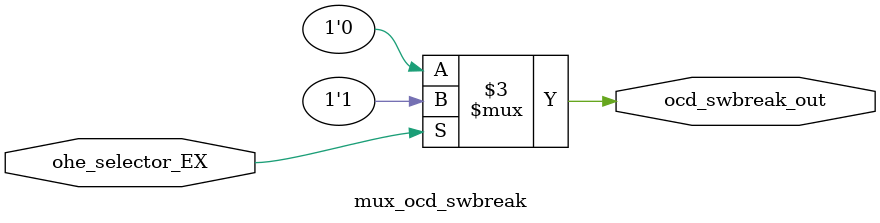
<source format=v>




`timescale 1ns/1ps

// module mux_ocd_swbreak : mux_ocd_swbreak
module mux_ocd_swbreak
  ( input      ohe_selector_EX,
    output reg ocd_swbreak_out // t1u
  );


  always @ (*)

  begin : p_mux_ocd_swbreak

    ocd_swbreak_out = 1'h0; // hw_init

    if (ohe_selector_EX) // (ocd_swbreak_copy0___CTt1u_cstV1_EX)
    begin
      // [ocd.n:111]
      ocd_swbreak_out = 1'h1;
    end

  end

endmodule

</source>
